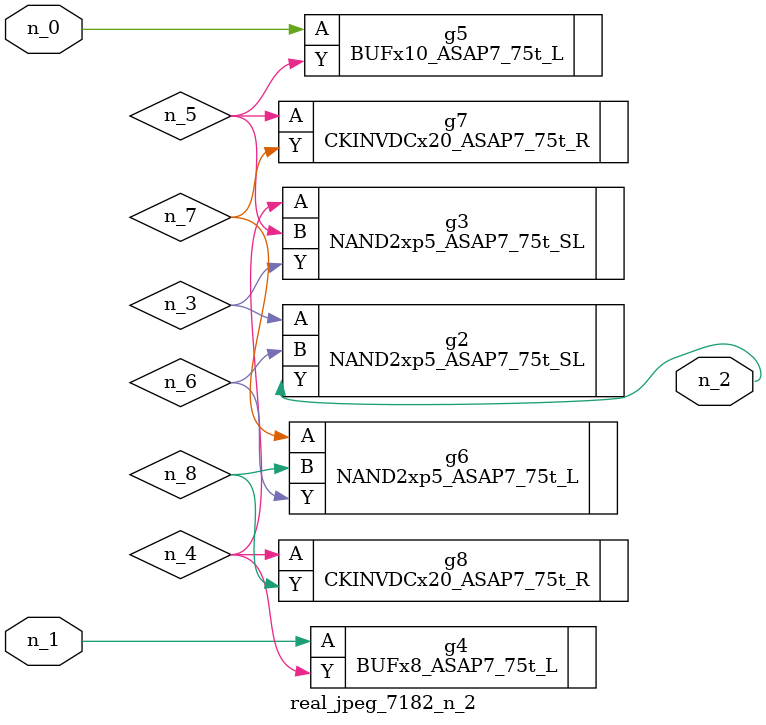
<source format=v>
module real_jpeg_7182_n_2 (n_1, n_0, n_2);

input n_1;
input n_0;

output n_2;

wire n_5;
wire n_4;
wire n_8;
wire n_6;
wire n_7;
wire n_3;

BUFx10_ASAP7_75t_L g5 ( 
.A(n_0),
.Y(n_5)
);

BUFx8_ASAP7_75t_L g4 ( 
.A(n_1),
.Y(n_4)
);

NAND2xp5_ASAP7_75t_SL g2 ( 
.A(n_3),
.B(n_6),
.Y(n_2)
);

NAND2xp5_ASAP7_75t_SL g3 ( 
.A(n_4),
.B(n_5),
.Y(n_3)
);

CKINVDCx20_ASAP7_75t_R g8 ( 
.A(n_4),
.Y(n_8)
);

CKINVDCx20_ASAP7_75t_R g7 ( 
.A(n_5),
.Y(n_7)
);

NAND2xp5_ASAP7_75t_L g6 ( 
.A(n_7),
.B(n_8),
.Y(n_6)
);


endmodule
</source>
